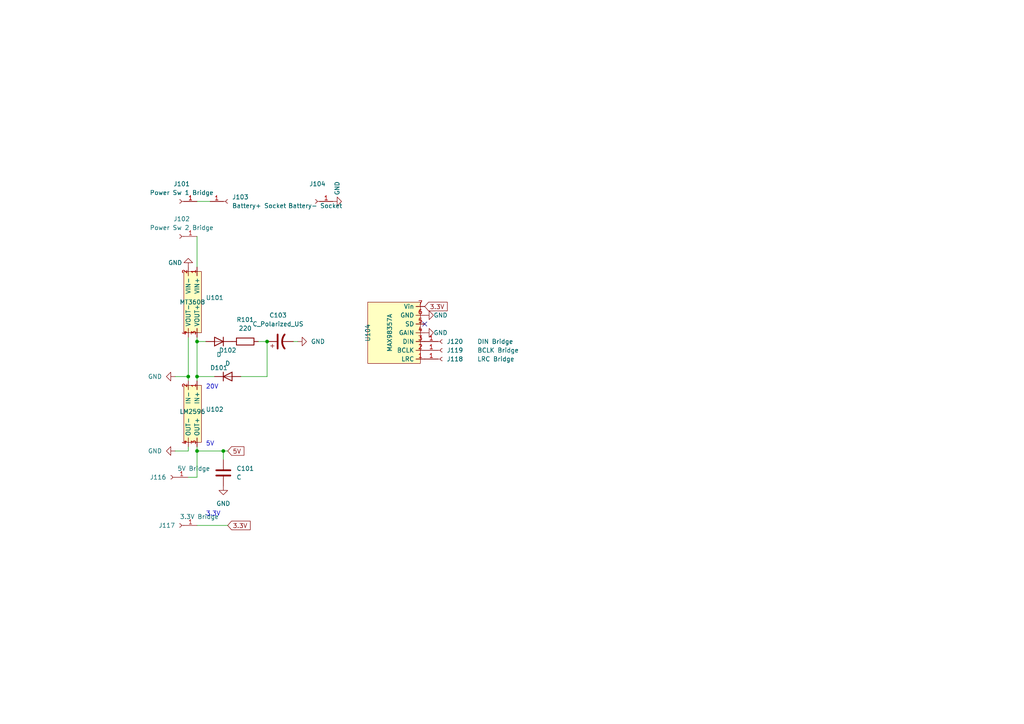
<source format=kicad_sch>
(kicad_sch (version 20230121) (generator eeschema)
  (paper "A4")
  (lib_symbols
    (symbol "Connector:Conn_01x01_Socket" (pin_names (offset 1.016) hide)
      (property "Reference" "J" (at 0 2.54 0))
      (property "Value" "Conn_01x01_Socket" (at 0 -2.54 0))
      (symbol "Conn_01x01_Socket_1_1"
        (polyline (pts (xy -1.27 0) (xy -0.508 0)) (stroke (width 0.1524)))
        (arc (start 0 0.508) (mid -0.5058 0) (end 0 -0.508) (stroke (width 0.1524)))
        (pin passive line (at -5.08 0 0) (length 3.81) (name "Pin_1") (number "1"))
      )
    )
    (symbol "Device:C" (pin_numbers hide) (pin_names (offset 0.254))
      (property "Reference" "C" (at 0.635 2.54 0))
      (property "Value" "C" (at 0.635 -2.54 0))
      (symbol "C_0_1"
        (polyline (pts (xy -2.032 -0.762) (xy 2.032 -0.762)) (stroke (width 0.508)))
        (polyline (pts (xy -2.032 0.762) (xy 2.032 0.762)) (stroke (width 0.508)))
      )
      (symbol "C_1_1"
        (pin passive line (at 0 3.81 270) (length 2.794) (name "~") (number "1"))
        (pin passive line (at 0 -3.81 90) (length 2.794) (name "~") (number "2"))
      )
    )
    (symbol "Device:C_Polarized_US" (pin_numbers hide) (pin_names (offset 0.254) hide)
      (property "Reference" "C" (at 0.635 2.54 0))
      (property "Value" "C_Polarized_US" (at 0.635 -2.54 0))
      (symbol "C_Polarized_US_0_1"
        (polyline (pts (xy -2.032 0.762) (xy 2.032 0.762)) (stroke (width 0.508)))
        (polyline (pts (xy -1.778 2.286) (xy -0.762 2.286)))
        (polyline (pts (xy -1.27 1.778) (xy -1.27 2.794)))
        (arc (start 2.032 -1.27) (mid 0 -0.5572) (end -2.032 -1.27) (stroke (width 0.508)))
      )
      (symbol "C_Polarized_US_1_1"
        (pin passive line (at 0 3.81 270) (length 2.794) (name "~") (number "1"))
        (pin passive line (at 0 -3.81 90) (length 3.302) (name "~") (number "2"))
      )
    )
    (symbol "Device:D" (pin_numbers hide) (pin_names (offset 1.016) hide)
      (property "Reference" "D" (at 0 2.54 0))
      (property "Value" "D" (at 0 -2.54 0))
      (symbol "D_0_1"
        (polyline (pts (xy -1.27 1.27) (xy -1.27 -1.27)) (stroke (width 0.254)))
        (polyline (pts (xy 1.27 0) (xy -1.27 0)))
        (polyline (pts (xy 1.27 1.27) (xy 1.27 -1.27) (xy -1.27 0) (xy 1.27 1.27)) (stroke (width 0.254)))
      )
      (symbol "D_1_1"
        (pin passive line (at -3.81 0 0) (length 2.54) (name "K") (number "1"))
        (pin passive line (at 3.81 0 180) (length 2.54) (name "A") (number "2"))
      )
    )
    (symbol "Device:R" (pin_numbers hide) (pin_names (offset 0))
      (property "Reference" "R" (at 2.032 0 90))
      (property "Value" "R" (at 0 0 90))
      (symbol "R_0_1"
        (rectangle (start -1.016 -2.54) (end 1.016 2.54) (stroke (width 0.254)))
      )
      (symbol "R_1_1"
        (pin passive line (at 0 3.81 270) (length 1.27) (name "~") (number "1"))
        (pin passive line (at 0 -3.81 90) (length 1.27) (name "~") (number "2"))
      )
    )
    (symbol "LM2596_1"
      (property "Reference" "U" (at 1.27 0 0))
      (symbol "LM2596_1_1_1"
        (rectangle (start -8.89 2.54) (end 7.62 -2.54) (fill (type background)))
        (pin bidirectional line (at -10.16 1.27 0) (length 2.54) (name "IN+") (number "1"))
        (pin bidirectional line (at -10.16 -1.27 0) (length 2.54) (name "IN-") (number "2"))
        (pin bidirectional line (at 8.89 1.27 180) (length 2.54) (name "OUT+") (number "3"))
        (pin bidirectional line (at 8.89 -1.27 180) (length 2.54) (name "OUT-") (number "4"))
      )
    )
    (symbol "MAX98357A:MAX98357A"
      (property "Reference" "U" (at 2.54 -7.62 0))
      (symbol "MAX98357A_1_1"
        (rectangle (start -8.89 7.62) (end 8.89 -7.62) (fill (type background)))
        (pin bidirectional line (at -7.62 -8.89 90) (length 2.54) (name "LRC") (number "1"))
        (pin bidirectional line (at -5.08 -8.89 90) (length 2.54) (name "BCLK") (number "2"))
        (pin bidirectional line (at -2.54 -8.89 90) (length 2.54) (name "DIN") (number "3"))
        (pin bidirectional line (at 0 -8.89 90) (length 2.54) (name "GAIN") (number "4"))
        (pin bidirectional line (at 2.54 -8.89 90) (length 2.54) (name "SD") (number "5"))
        (pin bidirectional line (at 5.08 -8.89 90) (length 2.54) (name "GND") (number "6"))
        (pin bidirectional line (at 7.62 -8.89 90) (length 2.54) (name "Vin") (number "7"))
      )
    )
    (symbol "MT3608:MT3608"
      (property "Reference" "U" (at 0 0 0))
      (symbol "MT3608_1_1"
        (rectangle (start -8.89 2.54) (end 8.89 -2.54) (fill (type background)))
        (pin bidirectional line (at -10.16 1.27 0) (length 2.54) (name "VIN+") (number "1"))
        (pin bidirectional line (at -10.16 -1.27 0) (length 2.54) (name "VIN-") (number "2"))
        (pin bidirectional line (at 10.16 1.27 180) (length 2.54) (name "VOUT+") (number "3"))
        (pin bidirectional line (at 10.16 -1.27 180) (length 2.54) (name "VOUT-") (number "4"))
      )
    )
    (symbol "power:GND" (power) (pin_names (offset 0))
      (property "Value" "GND" (at 0 -3.81 0))
      (symbol "GND_0_1"
        (polyline (pts (xy 0 0) (xy 0 -1.27) (xy 1.27 -1.27) (xy 0 -2.54) (xy -1.27 -1.27) (xy 0 -1.27)))
      )
      (symbol "GND_1_1"
        (pin power_in line (at 0 0 270) (length 0) hide (name "GND") (number "1"))
      )
    )
  )
  (junction (at 57.15 99.06))
  (junction (at 57.15 130.81))
  (junction (at 77.47 99.06))
  (junction (at 64.77 130.81))
  (junction (at 57.15 109.22))
  (junction (at 54.61 109.22))
  (no_connect (at 123.19 93.98))
  (wire (pts (xy 74.93 99.06) (xy 77.47 99.06)))
  (wire (pts (xy 54.61 97.79) (xy 54.61 109.22)))
  (wire (pts (xy 54.61 109.22) (xy 54.61 110.49)))
  (wire (pts (xy 54.61 138.43) (xy 57.15 138.43)))
  (wire (pts (xy 57.15 109.22) (xy 62.23 109.22)))
  (wire (pts (xy 50.8 130.81) (xy 54.61 130.81)))
  (wire (pts (xy 57.15 152.4) (xy 66.04 152.4)))
  (wire (pts (xy 57.15 130.81) (xy 57.15 138.43)))
  (wire (pts (xy 57.15 97.79) (xy 57.15 99.06)))
  (wire (pts (xy 50.8 109.22) (xy 54.61 109.22)))
  (wire (pts (xy 57.15 99.06) (xy 57.15 109.22)))
  (wire (pts (xy 57.15 130.81) (xy 64.77 130.81)))
  (wire (pts (xy 57.15 129.54) (xy 57.15 130.81)))
  (wire (pts (xy 69.85 109.22) (xy 77.47 109.22)))
  (wire (pts (xy 60.96 58.42) (xy 57.15 58.42)))
  (wire (pts (xy 64.77 130.81) (xy 66.04 130.81)))
  (wire (pts (xy 85.09 99.06) (xy 86.36 99.06)))
  (wire (pts (xy 57.15 109.22) (xy 57.15 110.49)))
  (wire (pts (xy 77.47 99.06) (xy 77.47 109.22)))
  (wire (pts (xy 54.61 129.54) (xy 54.61 130.81)))
  (wire (pts (xy 57.15 99.06) (xy 59.69 99.06)))
  (wire (pts (xy 64.77 130.81) (xy 64.77 133.35)))
  (wire (pts (xy 57.15 68.58) (xy 57.15 77.47)))
  (text "3.3V" (at 59.69 149.86 0) (effects (font (size 1.27 1.27)) (justify left bottom)))
  (text "5V" (at 59.69 129.54 0) (effects (font (size 1.27 1.27)) (justify left bottom)))
  (text "20V" (at 59.69 113.03 0) (effects (font (size 1.27 1.27)) (justify left bottom)))
  (global_label "3.3V" (shape input) (at 123.19 88.9 0) (property "Intersheetrefs" "${INTERSHEET_REFS}" (effects hide)))
  (global_label "5V" (shape input) (at 66.04 130.81 0) (property "Intersheetrefs" "${INTERSHEET_REFS}" (effects hide)))
  (global_label "3.3V" (shape input) (at 66.04 152.4 0) (property "Intersheetrefs" "${INTERSHEET_REFS}" (effects hide)))
  (symbol (lib_name "LM2596_1") (lib_id "LM2596:LM2596") (at 55.88 120.65 270) (unit 1)
    (property "Reference" "U102" (at 59.69 118.745 90) (effects (justify left)))
    (property "Value" "LM2596" (at 52.07 119.38 90) (effects (justify left)))
    (property "Footprint" "LM2596:LM2596" (effects hide))
  )
  (symbol (lib_id "Connector:Conn_01x01_Socket") (at 52.07 152.4 180) (unit 1)
    (property "Reference" "J117" (at 50.8 152.4 0) (effects (justify left)))
    (property "Value" "3.3V Bridge" (at 63.5 149.86 0) (effects (justify left)))
    (property "Footprint" "Connector_PinSocket_2.54mm:PinSocket_1x01_P2.54mm_Vertical" (effects hide))
  )
  (symbol (lib_id "Connector:Conn_01x01_Socket") (at 52.07 68.58 180) (unit 1)
    (property "Reference" "J102" (at 52.705 63.5 0))
    (property "Value" "Power Sw 2 Bridge" (at 52.705 66.04 0))
    (property "Footprint" "Connector_PinSocket_2.54mm:PinSocket_1x01_P2.54mm_Vertical" (effects hide))
  )
  (symbol (lib_id "Device:D") (at 63.5 99.06 180) (unit 1)
    (property "Reference" "D101" (at 63.5 106.68 0))
    (property "Value" "D" (at 63.5 102.87 0))
    (property "Footprint" "Diode_THT:D_DO-34_SOD68_P7.62mm_Horizontal" (effects hide))
    (property "Sim.Device" "D" (effects hide))
    (property "Sim.Pins" "1=K 2=A" (effects hide))
  )
  (symbol (lib_id "Connector:Conn_01x01_Socket") (at 128.27 104.14 0) (unit 1)
    (property "Reference" "J118" (at 129.54 104.14 0) (effects (justify left)))
    (property "Value" "LRC Bridge" (at 138.43 104.14 0) (effects (justify left)))
    (property "Footprint" "Connector_PinSocket_2.54mm:PinSocket_1x01_P2.54mm_Vertical" (effects hide))
  )
  (symbol (lib_id "MAX98357A:MAX98357A") (at 114.3 96.52 90) (unit 1)
    (property "Reference" "U104" (at 106.68 96.52 0))
    (property "Value" "MAX98357A" (at 113.03 96.52 0))
    (property "Footprint" "MAX98357A:MAX98357A" (effects hide))
  )
  (symbol (lib_id "Connector:Conn_01x01_Socket") (at 128.27 99.06 0) (unit 1)
    (property "Reference" "J120" (at 129.54 99.06 0) (effects (justify left)))
    (property "Value" "DIN Bridge" (at 138.43 99.06 0) (effects (justify left)))
    (property "Footprint" "Connector_PinSocket_2.54mm:PinSocket_1x01_P2.54mm_Vertical" (effects hide))
  )
  (symbol (lib_id "Device:C") (at 64.77 137.16 0) (unit 1)
    (property "Reference" "C101" (at 68.58 135.89 0) (effects (justify left)))
    (property "Value" "C" (at 68.58 138.43 0) (effects (justify left)))
    (property "Footprint" "Capacitor_THT:CP_Radial_D5.0mm_P2.50mm" (effects hide))
  )
  (symbol (lib_id "Connector:Conn_01x01_Socket") (at 49.53 138.43 180) (unit 1)
    (property "Reference" "J116" (at 48.26 138.43 0) (effects (justify left)))
    (property "Value" "5V Bridge" (at 60.96 135.89 0) (effects (justify left)))
    (property "Footprint" "Connector_PinSocket_2.54mm:PinSocket_1x01_P2.54mm_Vertical" (effects hide))
  )
  (symbol (lib_id "Device:D") (at 66.04 109.22 0) (unit 1)
    (property "Reference" "D102" (at 66.04 101.6 0))
    (property "Value" "D" (at 66.04 105.41 0))
    (property "Footprint" "Diode_THT:D_DO-34_SOD68_P7.62mm_Horizontal" (effects hide))
    (property "Sim.Device" "D" (effects hide))
    (property "Sim.Pins" "1=K 2=A" (effects hide))
  )
  (symbol (lib_id "power:GND") (at 50.8 130.81 270) (unit 1)
    (property "Reference" "#PWR0102" (effects hide))
    (property "Value" "GND" (at 46.99 130.81 90) (effects (justify right)))
  )
  (symbol (lib_id "Connector:Conn_01x01_Socket") (at 66.04 58.42 0) (unit 1)
    (property "Reference" "J103" (at 67.31 57.15 0) (effects (justify left)))
    (property "Value" "Battery+ Socket" (at 67.31 59.69 0) (effects (justify left)))
    (property "Footprint" "Connector_PinSocket_2.54mm:PinSocket_1x01_P2.54mm_Vertical" (effects hide))
  )
  (symbol (lib_id "Connector:Conn_01x01_Socket") (at 52.07 58.42 180) (unit 1)
    (property "Reference" "J101" (at 52.705 53.34 0))
    (property "Value" "Power Sw 1 Bridge" (at 52.705 55.88 0))
    (property "Footprint" "Connector_PinSocket_2.54mm:PinSocket_1x01_P2.54mm_Vertical" (effects hide))
  )
  (symbol (lib_id "Device:R") (at 71.12 99.06 90) (unit 1)
    (property "Reference" "R101" (at 71.12 92.71 90))
    (property "Value" "220" (at 71.12 95.25 90))
    (property "Footprint" "Resistor_THT:R_Axial_DIN0207_L6.3mm_D2.5mm_P7.62mm_Horizontal" (effects hide))
  )
  (symbol (lib_id "power:GND") (at 54.61 77.47 180) (unit 1)
    (property "Reference" "#PWR0103" (effects hide))
    (property "Value" "GND" (at 50.8 76.2 0))
  )
  (symbol (lib_id "Device:C_Polarized_US") (at 81.28 99.06 90) (unit 1)
    (property "Reference" "C103" (at 80.645 91.44 90))
    (property "Value" "C_Polarized_US" (at 80.645 93.98 90))
    (property "Footprint" "Capacitor_THT:CP_Radial_D18.0mm_P7.50mm" (effects hide))
  )
  (symbol (lib_id "power:GND") (at 96.52 58.42 90) (unit 1)
    (property "Reference" "#PWR0109" (effects hide))
    (property "Value" "GND" (at 97.79 54.61 0))
  )
  (symbol (lib_id "Connector:Conn_01x01_Socket") (at 91.44 58.42 180) (unit 1)
    (property "Reference" "J104" (at 92.075 53.34 0))
    (property "Value" "Battery- Socket" (at 91.44 59.69 0))
    (property "Footprint" "Connector_PinSocket_2.54mm:PinSocket_1x01_P2.54mm_Vertical" (effects hide))
  )
  (symbol (lib_id "power:GND") (at 50.8 109.22 270) (unit 1)
    (property "Reference" "#PWR0101" (effects hide))
    (property "Value" "GND" (at 46.99 109.22 90) (effects (justify right)))
  )
  (symbol (lib_id "power:GND") (at 123.19 96.52 90) (unit 1)
    (property "Reference" "#PWR0113" (effects hide))
    (property "Value" "GND" (at 125.73 96.52 90) (effects (justify right)))
  )
  (symbol (lib_id "power:GND") (at 86.36 99.06 90) (unit 1)
    (property "Reference" "#PWR0108" (effects hide))
    (property "Value" "GND" (at 90.17 99.06 90) (effects (justify right)))
  )
  (symbol (lib_id "power:GND") (at 123.19 91.44 90) (unit 1)
    (property "Reference" "#PWR0112" (effects hide))
    (property "Value" "GND" (at 125.73 91.44 90) (effects (justify right)))
  )
  (symbol (lib_id "Connector:Conn_01x01_Socket") (at 128.27 101.6 0) (unit 1)
    (property "Reference" "J119" (at 129.54 101.6 0) (effects (justify left)))
    (property "Value" "BCLK Bridge" (at 138.43 101.6 0) (effects (justify left)))
    (property "Footprint" "Connector_PinSocket_2.54mm:PinSocket_1x01_P2.54mm_Vertical" (effects hide))
  )
  (symbol (lib_id "MT3608:MT3608") (at 55.88 87.63 270) (unit 1)
    (property "Reference" "U101" (at 59.69 86.36 90) (effects (justify left)))
    (property "Value" "MT3608" (at 52.07 87.63 90) (effects (justify left)))
    (property "Footprint" "MT3608:MT3608" (effects hide))
  )
  (symbol (lib_id "power:GND") (at 64.77 140.97 0) (unit 1)
    (property "Reference" "#PWR0105" (effects hide))
    (property "Value" "GND" (at 64.77 146.05 0))
  )
)
</source>
